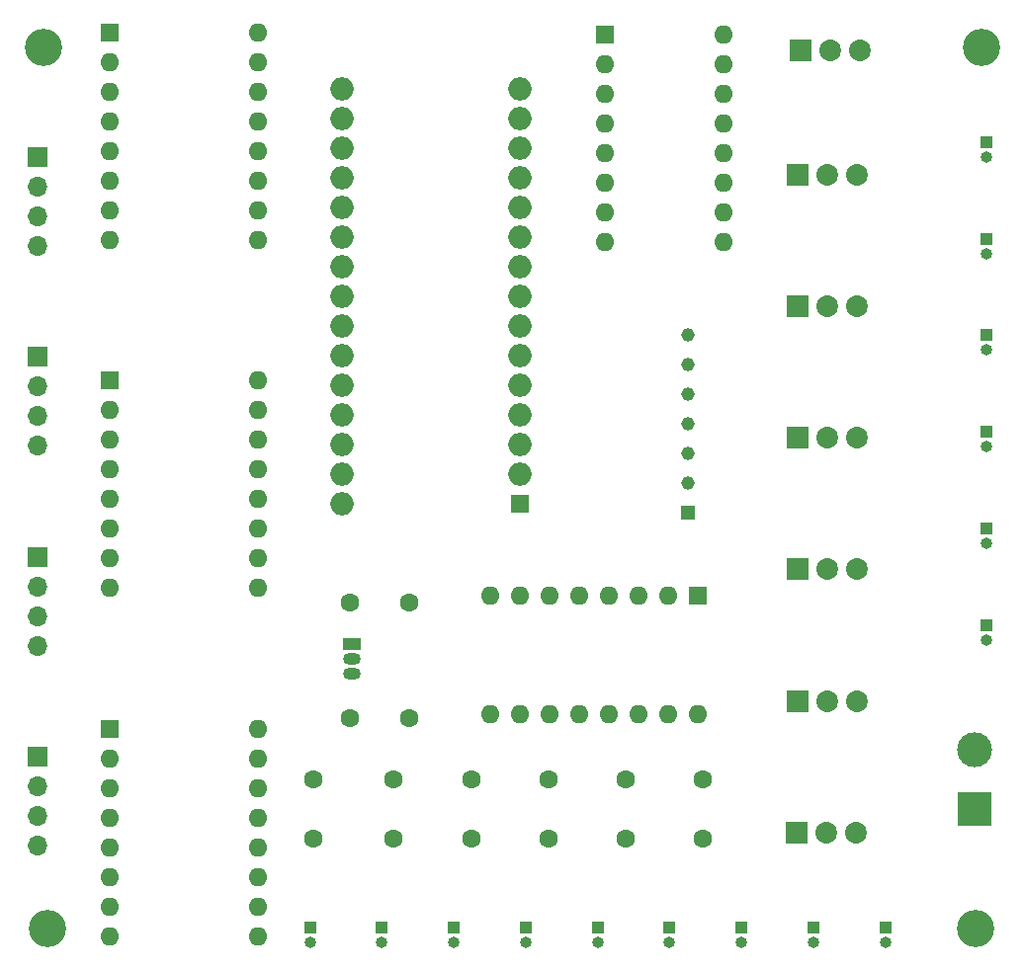
<source format=gbr>
%TF.GenerationSoftware,KiCad,Pcbnew,(6.0.6-0)*%
%TF.CreationDate,2022-11-09T17:59:04+09:00*%
%TF.ProjectId,WB,57422e6b-6963-4616-945f-706362585858,rev?*%
%TF.SameCoordinates,Original*%
%TF.FileFunction,Soldermask,Bot*%
%TF.FilePolarity,Negative*%
%FSLAX46Y46*%
G04 Gerber Fmt 4.6, Leading zero omitted, Abs format (unit mm)*
G04 Created by KiCad (PCBNEW (6.0.6-0)) date 2022-11-09 17:59:04*
%MOMM*%
%LPD*%
G01*
G04 APERTURE LIST*
%ADD10R,1.860000X1.860000*%
%ADD11C,1.860000*%
%ADD12R,1.600000X1.600000*%
%ADD13O,1.600000X1.600000*%
%ADD14C,3.200000*%
%ADD15R,1.500000X1.050000*%
%ADD16O,1.500000X1.050000*%
%ADD17C,1.600000*%
%ADD18R,1.000000X1.000000*%
%ADD19O,1.000000X1.000000*%
%ADD20R,1.700000X1.700000*%
%ADD21O,1.700000X1.700000*%
%ADD22R,3.000000X3.000000*%
%ADD23C,3.000000*%
%ADD24R,1.160000X1.160000*%
%ADD25C,1.160000*%
%ADD26O,2.000000X2.000000*%
G04 APERTURE END LIST*
D10*
%TO.C,Q2*%
X218433500Y-37826500D03*
D11*
X220973500Y-37826500D03*
X223513500Y-37826500D03*
%TD*%
D12*
%TO.C,A2*%
X159522000Y-55499000D03*
D13*
X159522000Y-58039000D03*
X159522000Y-60579000D03*
X159522000Y-63119000D03*
X159522000Y-65659000D03*
X159522000Y-68199000D03*
X159522000Y-70739000D03*
X159522000Y-73279000D03*
X172222000Y-73279000D03*
X172222000Y-70739000D03*
X172222000Y-68199000D03*
X172222000Y-65659000D03*
X172222000Y-63119000D03*
X172222000Y-60579000D03*
X172222000Y-58039000D03*
X172222000Y-55499000D03*
%TD*%
D14*
%TO.C,MH1*%
X153797000Y-26924000D03*
%TD*%
D15*
%TO.C,Q8*%
X180208000Y-78105000D03*
D16*
X180208000Y-79375000D03*
X180208000Y-80645000D03*
%TD*%
D17*
%TO.C,R7*%
X180086000Y-84455000D03*
X185166000Y-84455000D03*
%TD*%
%TO.C,R3*%
X190500000Y-89672000D03*
X190500000Y-94752000D03*
%TD*%
D18*
%TO.C,D1*%
X234569000Y-35037000D03*
D19*
X234569000Y-36307000D03*
%TD*%
D17*
%TO.C,R8*%
X180086000Y-74549000D03*
X185166000Y-74549000D03*
%TD*%
D18*
%TO.C,SW5*%
X201295000Y-102347000D03*
D19*
X201295000Y-103617000D03*
%TD*%
D18*
%TO.C,SW1*%
X176657000Y-102347000D03*
D19*
X176657000Y-103617000D03*
%TD*%
D20*
%TO.C,J2*%
X153289000Y-53477000D03*
D21*
X153289000Y-56017000D03*
X153289000Y-58557000D03*
X153289000Y-61097000D03*
%TD*%
D17*
%TO.C,R1*%
X176911000Y-94742000D03*
X176911000Y-89662000D03*
%TD*%
%TO.C,R5*%
X203708000Y-94742000D03*
X203708000Y-89662000D03*
%TD*%
D12*
%TO.C,U1*%
X209916000Y-73894000D03*
D13*
X207376000Y-73894000D03*
X204836000Y-73894000D03*
X202296000Y-73894000D03*
X199756000Y-73894000D03*
X197216000Y-73894000D03*
X194676000Y-73894000D03*
X192136000Y-73894000D03*
X192136000Y-84054000D03*
X194676000Y-84054000D03*
X197216000Y-84054000D03*
X199756000Y-84054000D03*
X202296000Y-84054000D03*
X204836000Y-84054000D03*
X207376000Y-84054000D03*
X209916000Y-84054000D03*
%TD*%
D10*
%TO.C,Q1*%
X218687500Y-27180000D03*
D11*
X221227500Y-27180000D03*
X223767500Y-27180000D03*
%TD*%
D14*
%TO.C,MH2*%
X154178000Y-102489000D03*
%TD*%
D10*
%TO.C,Q3*%
X218433500Y-49108000D03*
D11*
X220973500Y-49108000D03*
X223513500Y-49108000D03*
%TD*%
D12*
%TO.C,U2*%
X201910000Y-25796000D03*
D13*
X201910000Y-28336000D03*
X201910000Y-30876000D03*
X201910000Y-33416000D03*
X201910000Y-35956000D03*
X201910000Y-38496000D03*
X201910000Y-41036000D03*
X201910000Y-43576000D03*
X212070000Y-43576000D03*
X212070000Y-41036000D03*
X212070000Y-38496000D03*
X212070000Y-35956000D03*
X212070000Y-33416000D03*
X212070000Y-30876000D03*
X212070000Y-28336000D03*
X212070000Y-25796000D03*
%TD*%
D12*
%TO.C,A1*%
X159522000Y-25654000D03*
D13*
X159522000Y-28194000D03*
X159522000Y-30734000D03*
X159522000Y-33274000D03*
X159522000Y-35814000D03*
X159522000Y-38354000D03*
X159522000Y-40894000D03*
X159522000Y-43434000D03*
X172222000Y-43434000D03*
X172222000Y-40894000D03*
X172222000Y-38354000D03*
X172222000Y-35814000D03*
X172222000Y-33274000D03*
X172222000Y-30734000D03*
X172222000Y-28194000D03*
X172222000Y-25654000D03*
%TD*%
D18*
%TO.C,SW2*%
X182816500Y-102347000D03*
D19*
X182816500Y-103617000D03*
%TD*%
D14*
%TO.C,MH4*%
X234188000Y-26924000D03*
%TD*%
D18*
%TO.C,J5*%
X234569000Y-76449000D03*
D19*
X234569000Y-77719000D03*
%TD*%
D18*
%TO.C,D4*%
X234569000Y-59884200D03*
D19*
X234569000Y-61154200D03*
%TD*%
D10*
%TO.C,Q4*%
X218433500Y-60389500D03*
D11*
X220973500Y-60389500D03*
X223513500Y-60389500D03*
%TD*%
D10*
%TO.C,Q5*%
X218433500Y-71671000D03*
D11*
X220973500Y-71671000D03*
X223513500Y-71671000D03*
%TD*%
D17*
%TO.C,R2*%
X183769000Y-94742000D03*
X183769000Y-89662000D03*
%TD*%
D18*
%TO.C,D5*%
X234569000Y-68166600D03*
D19*
X234569000Y-69436600D03*
%TD*%
D20*
%TO.C,J3*%
X153289000Y-70622000D03*
D21*
X153289000Y-73162000D03*
X153289000Y-75702000D03*
X153289000Y-78242000D03*
%TD*%
D18*
%TO.C,J7*%
X219773500Y-102347000D03*
D19*
X219773500Y-103617000D03*
%TD*%
D12*
%TO.C,A3*%
X159522000Y-85344000D03*
D13*
X159522000Y-87884000D03*
X159522000Y-90424000D03*
X159522000Y-92964000D03*
X159522000Y-95504000D03*
X159522000Y-98044000D03*
X159522000Y-100584000D03*
X159522000Y-103124000D03*
X172222000Y-103124000D03*
X172222000Y-100584000D03*
X172222000Y-98044000D03*
X172222000Y-95504000D03*
X172222000Y-92964000D03*
X172222000Y-90424000D03*
X172222000Y-87884000D03*
X172222000Y-85344000D03*
%TD*%
D10*
%TO.C,Q6*%
X218433500Y-82952500D03*
D11*
X220973500Y-82952500D03*
X223513500Y-82952500D03*
%TD*%
D22*
%TO.C,J8*%
X233553000Y-92202000D03*
D23*
X233553000Y-87122000D03*
%TD*%
D24*
%TO.C,U3*%
X208997000Y-66802000D03*
D25*
X208997000Y-64262000D03*
X208997000Y-61722000D03*
X208997000Y-59182000D03*
X208997000Y-56642000D03*
X208997000Y-54102000D03*
X208997000Y-51562000D03*
%TD*%
D14*
%TO.C,MH3*%
X233680000Y-102489000D03*
%TD*%
D18*
%TO.C,J6*%
X213614000Y-102347000D03*
D19*
X213614000Y-103617000D03*
%TD*%
D17*
%TO.C,R4*%
X197104000Y-94742000D03*
X197104000Y-89662000D03*
%TD*%
D18*
%TO.C,SW3*%
X188976000Y-102347000D03*
D19*
X188976000Y-103617000D03*
%TD*%
D18*
%TO.C,SW4*%
X195135500Y-102347000D03*
D19*
X195135500Y-103617000D03*
%TD*%
D12*
%TO.C,A4*%
X194681000Y-66040000D03*
D26*
X194681000Y-63500000D03*
X194681000Y-60960000D03*
X194681000Y-58420000D03*
X194681000Y-55880000D03*
X194681000Y-53340000D03*
X194681000Y-50800000D03*
X194681000Y-48260000D03*
X194681000Y-45720000D03*
X194681000Y-43180000D03*
X194681000Y-40640000D03*
X194681000Y-38100000D03*
X194681000Y-35560000D03*
X194681000Y-33020000D03*
X194681000Y-30480000D03*
X179441000Y-30480000D03*
X179441000Y-33020000D03*
X179441000Y-35560000D03*
X179441000Y-38100000D03*
X179441000Y-40640000D03*
X179441000Y-43180000D03*
X179441000Y-45720000D03*
X179441000Y-48260000D03*
X179441000Y-50800000D03*
X179441000Y-53340000D03*
X179441000Y-55880000D03*
X179441000Y-58420000D03*
X179441000Y-60960000D03*
X179441000Y-63500000D03*
X179441000Y-66040000D03*
%TD*%
D20*
%TO.C,J4*%
X153289000Y-87767000D03*
D21*
X153289000Y-90307000D03*
X153289000Y-92847000D03*
X153289000Y-95387000D03*
%TD*%
D18*
%TO.C,M1*%
X225933000Y-102347000D03*
D19*
X225933000Y-103617000D03*
%TD*%
D20*
%TO.C,J1*%
X153289000Y-36332000D03*
D21*
X153289000Y-38872000D03*
X153289000Y-41412000D03*
X153289000Y-43952000D03*
%TD*%
D18*
%TO.C,D2*%
X234569000Y-43319400D03*
D19*
X234569000Y-44589400D03*
%TD*%
D17*
%TO.C,R6*%
X210312000Y-94742000D03*
X210312000Y-89662000D03*
%TD*%
D10*
%TO.C,Q7*%
X218313000Y-94234000D03*
D11*
X220853000Y-94234000D03*
X223393000Y-94234000D03*
%TD*%
D18*
%TO.C,D3*%
X234569000Y-51601800D03*
D19*
X234569000Y-52871800D03*
%TD*%
D18*
%TO.C,SW6*%
X207454500Y-102347000D03*
D19*
X207454500Y-103617000D03*
%TD*%
M02*

</source>
